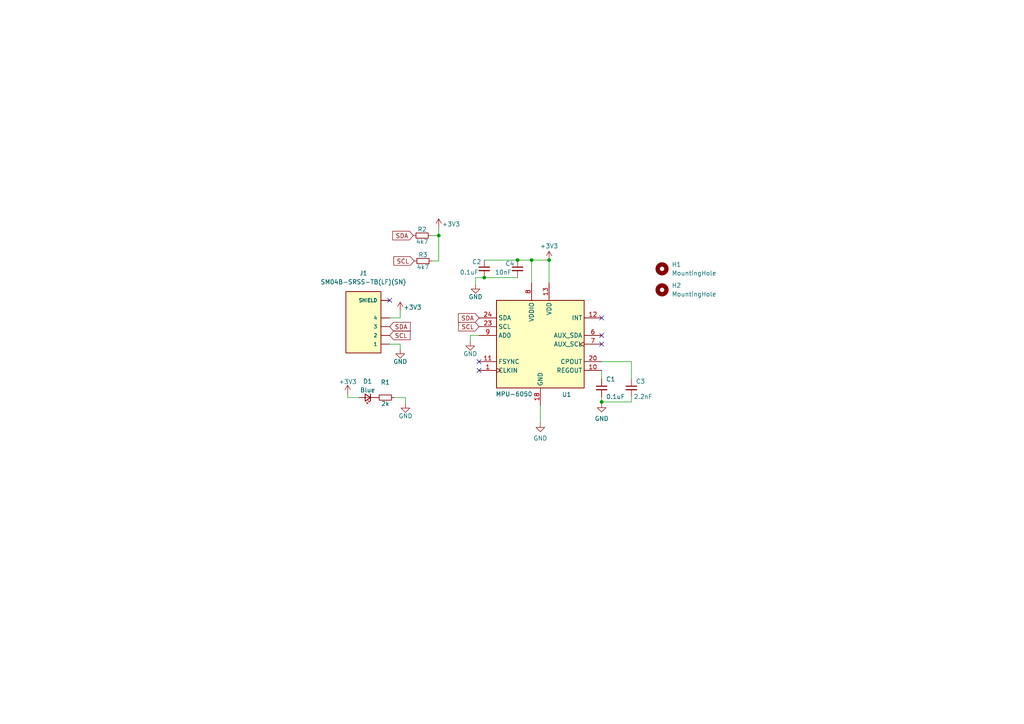
<source format=kicad_sch>
(kicad_sch (version 20230121) (generator eeschema)
  (paper "A4")
  (title_block (title "IMU Sensor Unit (Data Glove)") (date "2022-11-12") (rev "V1") (company "Emil Büttner"))
  (lib_symbols
    (symbol "Device:C_Small" (pin_numbers hide) (pin_names (offset 0.254) hide)
      (property "Reference" "C" (at 0.254 1.778 0))
      (property "Value" "C_Small" (at 0.254 -2.032 0))
      (symbol "C_Small_0_1"
        (polyline (pts (xy -1.524 -0.508) (xy 1.524 -0.508)) (stroke (width 0.3302)))
        (polyline (pts (xy -1.524 0.508) (xy 1.524 0.508)) (stroke (width 0.3048)))
      )
      (symbol "C_Small_1_1"
        (pin passive line (at 0 2.54 270) (length 2.032) (name "~") (number "1"))
        (pin passive line (at 0 -2.54 90) (length 2.032) (name "~") (number "2"))
      )
    )
    (symbol "Device:LED_Small" (pin_numbers hide) (pin_names (offset 0.254) hide)
      (property "Reference" "D" (at -1.27 3.175 0))
      (property "Value" "LED_Small" (at -4.445 -2.54 0))
      (symbol "LED_Small_0_1"
        (polyline (pts (xy -0.762 -1.016) (xy -0.762 1.016)) (stroke (width 0.254)))
        (polyline (pts (xy 1.016 0) (xy -0.762 0)))
        (polyline (pts (xy 0.762 -1.016) (xy -0.762 0) (xy 0.762 1.016) (xy 0.762 -1.016)) (stroke (width 0.254)))
        (polyline (pts (xy 0 0.762) (xy -0.508 1.27) (xy -0.254 1.27) (xy -0.508 1.27) (xy -0.508 1.016)))
        (polyline (pts (xy 0.508 1.27) (xy 0 1.778) (xy 0.254 1.778) (xy 0 1.778) (xy 0 1.524)))
      )
      (symbol "LED_Small_1_1"
        (pin passive line (at -2.54 0 0) (length 1.778) (name "K") (number "1"))
        (pin passive line (at 2.54 0 180) (length 1.778) (name "A") (number "2"))
      )
    )
    (symbol "Device:R_Small" (pin_numbers hide) (pin_names (offset 0.254) hide)
      (property "Reference" "R" (at 0.762 0.508 0))
      (property "Value" "R_Small" (at 0.762 -1.016 0))
      (symbol "R_Small_0_1"
        (rectangle (start -0.762 1.778) (end 0.762 -1.778) (stroke (width 0.2032)))
      )
      (symbol "R_Small_1_1"
        (pin passive line (at 0 2.54 270) (length 0.762) (name "~") (number "1"))
        (pin passive line (at 0 -2.54 90) (length 0.762) (name "~") (number "2"))
      )
    )
    (symbol "Mechanical:MountingHole" (pin_names (offset 1.016))
      (property "Reference" "H" (at 0 5.08 0))
      (property "Value" "MountingHole" (at 0 3.175 0))
      (symbol "MountingHole_0_1"
        (circle (center 0 0) (radius 1.27) (stroke (width 1.27)))
      )
    )
    (symbol "SM04B-SRSS-TB_LF__SN_:SM04B-SRSS-TB(LF)(SN)" (pin_numbers hide) (pin_names (offset 1.016))
      (property "Reference" "J" (at -5.08 8.1534 0))
      (property "Value" "SM04B-SRSS-TB(LF)(SN)" (at -5.08 -11.9634 0))
      (symbol "SM04B-SRSS-TB(LF)(SN)_0_0"
        (rectangle (start -5.08 -10.16) (end 5.08 7.62) (stroke (width 0.254)) (fill (type background)))
        (pin passive line (at -7.62 5.08 0) (length 2.54) (name "1") (number "1"))
        (pin passive line (at -7.62 2.54 0) (length 2.54) (name "2") (number "2"))
        (pin passive line (at -7.62 0 0) (length 2.54) (name "3") (number "3"))
        (pin passive line (at -7.62 -2.54 0) (length 2.54) (name "4") (number "4"))
        (pin passive line (at -7.62 -7.62 0) (length 2.54) (name "SHIELD") (number "S1"))
        (pin passive line (at -7.62 -7.62 0) (length 2.54) (name "SHIELD") (number "S2"))
      )
    )
    (symbol "power:+3V3" (power) (pin_names (offset 0))
      (property "Value" "+3V3" (at 0 3.556 0))
      (symbol "+3V3_0_1"
        (polyline (pts (xy -0.762 1.27) (xy 0 2.54)))
        (polyline (pts (xy 0 0) (xy 0 2.54)))
        (polyline (pts (xy 0 2.54) (xy 0.762 1.27)))
      )
      (symbol "+3V3_1_1"
        (pin power_in line (at 0 0 90) (length 0) hide (name "+3V3") (number "1"))
      )
    )
    (symbol "power:GND" (power) (pin_names (offset 0))
      (property "Value" "GND" (at 0 -3.81 0))
      (symbol "GND_0_1"
        (polyline (pts (xy 0 0) (xy 0 -1.27) (xy 1.27 -1.27) (xy 0 -2.54) (xy -1.27 -1.27) (xy 0 -1.27)))
      )
      (symbol "GND_1_1"
        (pin power_in line (at 0 0 270) (length 0) hide (name "GND") (number "1"))
      )
    )
    (symbol "sensor-rescue:MPU-6050-Sensor_Motion"
      (property "Reference" "U" (at -11.43 13.97 0))
      (property "Value" "MPU-6050-Sensor_Motion" (at 7.62 -13.97 0))
      (symbol "MPU-6050-Sensor_Motion_0_1"
        (rectangle (start -12.7 12.7) (end 12.7 -12.7) (stroke (width 0.254)) (fill (type background)))
      )
      (symbol "MPU-6050-Sensor_Motion_1_1"
        (pin input clock (at -17.78 -7.62 0) (length 5.08) (name "CLKIN") (number "1"))
        (pin passive line (at 17.78 -7.62 180) (length 5.08) (name "REGOUT") (number "10"))
        (pin input line (at -17.78 -5.08 0) (length 5.08) (name "FSYNC") (number "11"))
        (pin output line (at 17.78 7.62 180) (length 5.08) (name "INT") (number "12"))
        (pin power_in line (at 2.54 17.78 270) (length 5.08) (name "VDD") (number "13"))
        (pin power_in line (at 0 -17.78 90) (length 5.08) (name "GND") (number "18"))
        (pin passive line (at 17.78 -5.08 180) (length 5.08) (name "CPOUT") (number "20"))
        (pin input line (at -17.78 5.08 0) (length 5.08) (name "SCL") (number "23"))
        (pin bidirectional line (at -17.78 7.62 0) (length 5.08) (name "SDA") (number "24"))
        (pin bidirectional line (at 17.78 2.54 180) (length 5.08) (name "AUX_SDA") (number "6"))
        (pin output clock (at 17.78 0 180) (length 5.08) (name "AUX_SCL") (number "7"))
        (pin power_in line (at -2.54 17.78 270) (length 5.08) (name "VDDIO") (number "8"))
        (pin input line (at -17.78 2.54 0) (length 5.08) (name "AD0") (number "9"))
      )
    )
  )
  (junction (at 127.254 68.326))
  (junction (at 140.462 80.518))
  (junction (at 150.114 75.438))
  (junction (at 154.178 75.438))
  (junction (at 159.258 75.438))
  (junction (at 174.498 116.586))
  (no_connect (at 138.938 107.442))
  (no_connect (at 174.498 97.282))
  (no_connect (at 113.03 87.122))
  (no_connect (at 138.938 104.902))
  (no_connect (at 174.498 99.822))
  (no_connect (at 174.498 92.202))
  (wire (pts (xy 174.498 116.967) (xy 174.498 116.586)))
  (wire (pts (xy 154.178 82.042) (xy 154.178 75.438)))
  (wire (pts (xy 125.222 75.692) (xy 127.254 75.692)))
  (wire (pts (xy 183.134 104.902) (xy 183.134 109.982)))
  (wire (pts (xy 183.134 116.586) (xy 174.498 116.586)))
  (wire (pts (xy 140.462 80.518) (xy 137.922 80.518)))
  (wire (pts (xy 174.498 116.586) (xy 174.498 115.062)))
  (wire (pts (xy 113.03 92.202) (xy 116.078 92.202)))
  (wire (pts (xy 174.498 104.902) (xy 183.134 104.902)))
  (wire (pts (xy 124.968 68.326) (xy 127.254 68.326)))
  (wire (pts (xy 136.398 97.282) (xy 136.398 99.06)))
  (wire (pts (xy 154.178 75.438) (xy 159.258 75.438)))
  (wire (pts (xy 174.498 107.442) (xy 174.498 109.982)))
  (wire (pts (xy 140.462 75.438) (xy 150.114 75.438)))
  (wire (pts (xy 137.922 80.518) (xy 137.922 82.55)))
  (wire (pts (xy 116.078 92.202) (xy 116.078 90.17)))
  (wire (pts (xy 159.258 75.438) (xy 159.258 82.042)))
  (wire (pts (xy 156.718 117.602) (xy 156.718 122.682)))
  (wire (pts (xy 183.134 115.062) (xy 183.134 116.586)))
  (wire (pts (xy 113.03 99.822) (xy 116.078 99.822)))
  (wire (pts (xy 127.254 66.04) (xy 127.254 68.326)))
  (wire (pts (xy 140.462 80.518) (xy 150.114 80.518)))
  (wire (pts (xy 117.602 115.316) (xy 117.602 117.094)))
  (wire (pts (xy 150.114 75.438) (xy 154.178 75.438)))
  (wire (pts (xy 127.254 75.692) (xy 127.254 68.326)))
  (wire (pts (xy 116.078 99.822) (xy 116.078 101.346)))
  (wire (pts (xy 138.938 97.282) (xy 136.398 97.282)))
  (wire (pts (xy 114.3 115.316) (xy 117.602 115.316)))
  (wire (pts (xy 104.14 115.316) (xy 100.838 115.316)))
  (wire (pts (xy 100.838 115.316) (xy 100.838 114.3)))
  (global_label "SDA" (shape input) (at 113.03 94.742 0) (property "Intersheetrefs" "${INTERSHEET_REFS}" (effects hide)))
  (global_label "SCL" (shape input) (at 113.03 97.282 0) (property "Intersheetrefs" "${INTERSHEET_REFS}" (effects hide)))
  (global_label "SCL" (shape input) (at 120.142 75.692 180) (property "Intersheetrefs" "${INTERSHEET_REFS}" (effects hide)))
  (global_label "SDA" (shape input) (at 138.938 92.202 180) (property "Intersheetrefs" "${INTERSHEET_REFS}" (effects hide)))
  (global_label "SDA" (shape input) (at 119.888 68.326 180) (property "Intersheetrefs" "${INTERSHEET_REFS}" (effects hide)))
  (global_label "SCL" (shape input) (at 138.938 94.742 180) (property "Intersheetrefs" "${INTERSHEET_REFS}" (effects hide)))
  (symbol (lib_id "sensor-rescue:MPU-6050-Sensor_Motion") (at 156.718 99.822 0) (unit 1)
    (property "Reference" "U1" (at 164.338 114.427 0))
    (property "Value" "MPU-6050" (at 149.098 114.3 0))
    (property "Footprint" "Sensor_Motion:InvenSense_QFN-24_4x4mm_P0.5mm" (effects hide))
    (property "Datasheet" "https://store.invensense.com/datasheets/invensense/MPU-6050_DataSheet_V3%204.pdf" (effects hide))
  )
  (symbol (lib_id "power:+3V3") (at 159.258 75.438 0) (unit 1)
    (property "Reference" "#PWR05" (effects hide))
    (property "Value" "+3V3" (at 159.258 71.374 0))
  )
  (symbol (lib_id "power:+3V3") (at 127.254 66.04 0) (unit 1)
    (property "Reference" "#PWR0104" (effects hide))
    (property "Value" "+3V3" (at 130.81 65.024 0))
  )
  (symbol (lib_id "Mechanical:MountingHole") (at 192.024 84.074 0) (unit 1)
    (property "Reference" "H2" (at 194.818 82.8039 0) (effects (justify left)))
    (property "Value" "MountingHole" (at 194.818 85.3439 0) (effects (justify left)))
    (property "Footprint" "MountingHole:MountingHole_2.1mm" (effects hide))
  )
  (symbol (lib_id "power:GND") (at 156.718 122.682 0) (unit 1)
    (property "Reference" "#PWR04" (effects hide))
    (property "Value" "GND" (at 156.718 127.127 0))
  )
  (symbol (lib_id "power:GND") (at 174.498 116.967 0) (unit 1)
    (property "Reference" "#PWR06" (effects hide))
    (property "Value" "GND" (at 174.498 121.412 0))
  )
  (symbol (lib_id "power:GND") (at 136.398 99.06 0) (unit 1)
    (property "Reference" "#PWR0103" (effects hide))
    (property "Value" "GND" (at 134.366 102.616 0) (effects (justify left)))
  )
  (symbol (lib_id "Mechanical:MountingHole") (at 192.024 77.978 0) (unit 1)
    (property "Reference" "H1" (at 194.818 76.7079 0) (effects (justify left)))
    (property "Value" "MountingHole" (at 194.818 79.2479 0) (effects (justify left)))
    (property "Footprint" "MountingHole:MountingHole_2.1mm" (effects hide))
  )
  (symbol (lib_id "power:GND") (at 116.078 101.346 0) (unit 1)
    (property "Reference" "#PWR02" (effects hide))
    (property "Value" "GND" (at 114.046 104.902 0) (effects (justify left)))
  )
  (symbol (lib_id "Device:C_Small") (at 140.462 77.978 0) (unit 1)
    (property "Reference" "C2" (at 136.906 75.946 0) (effects (justify left)))
    (property "Value" "0.1uF" (at 133.35 78.994 0) (effects (justify left)))
    (property "Footprint" "Capacitor_SMD:C_0603_1608Metric" (effects hide))
  )
  (symbol (lib_id "power:GND") (at 117.602 117.094 0) (unit 1)
    (property "Reference" "#PWR0101" (effects hide))
    (property "Value" "GND" (at 115.57 120.65 0) (effects (justify left)))
  )
  (symbol (lib_id "Device:C_Small") (at 174.498 112.522 0) (unit 1)
    (property "Reference" "C1" (at 175.768 109.982 0) (effects (justify left)))
    (property "Value" "0.1uF" (at 175.768 115.062 0) (effects (justify left)))
    (property "Footprint" "Capacitor_SMD:C_0603_1608Metric" (effects hide))
  )
  (symbol (lib_id "Device:R_Small") (at 122.428 68.326 270) (unit 1)
    (property "Reference" "R2" (at 122.428 66.548 90))
    (property "Value" "4k7" (at 122.428 70.104 90))
    (property "Footprint" "Resistor_SMD:R_0603_1608Metric_Pad0.98x0.95mm_HandSolder" (effects hide))
  )
  (symbol (lib_id "power:GND") (at 137.922 82.55 0) (unit 1)
    (property "Reference" "#PWR03" (effects hide))
    (property "Value" "GND" (at 135.89 86.106 0) (effects (justify left)))
  )
  (symbol (lib_id "Device:R_Small") (at 111.76 115.316 270) (unit 1)
    (property "Reference" "R1" (at 111.76 110.8796 90))
    (property "Value" "2k" (at 111.76 117.094 90))
    (property "Footprint" "Resistor_SMD:R_0603_1608Metric" (effects hide))
  )
  (symbol (lib_id "SM04B-SRSS-TB_LF__SN_:SM04B-SRSS-TB(LF)(SN)") (at 105.41 94.742 180) (unit 1)
    (property "Reference" "J1" (at 105.41 79.248 0))
    (property "Value" "SM04B-SRSS-TB(LF)(SN)" (at 105.41 81.788 0))
    (property "Footprint" "Connector_JST:JST_SH_SM04B-SRSS-TB_1x04-1MP_P1.00mm_Horizontal" (effects hide))
    (property "MANUFACTURER" "JST" (effects hide))
    (property "STANDARD" "Manufacturer recommendations" (effects hide))
  )
  (symbol (lib_id "power:+3V3") (at 100.838 114.3 0) (unit 1)
    (property "Reference" "#PWR0102" (effects hide))
    (property "Value" "+3V3" (at 100.838 110.7242 0))
  )
  (symbol (lib_id "Device:LED_Small") (at 106.68 115.316 180) (unit 1)
    (property "Reference" "D1" (at 106.6165 110.6002 0))
    (property "Value" "Blue" (at 106.6165 113.1371 0))
    (property "Footprint" "LED_SMD:LED_0603_1608Metric" (effects hide))
  )
  (symbol (lib_id "power:+3V3") (at 116.078 90.17 0) (unit 1)
    (property "Reference" "#PWR01" (effects hide))
    (property "Value" "+3V3" (at 119.634 89.154 0))
  )
  (symbol (lib_id "Device:C_Small") (at 183.134 112.522 0) (unit 1)
    (property "Reference" "C3" (at 184.404 110.617 0) (effects (justify left)))
    (property "Value" "2.2nF" (at 183.769 115.062 0) (effects (justify left)))
    (property "Footprint" "Capacitor_SMD:C_0603_1608Metric" (effects hide))
  )
  (symbol (lib_id "Device:C_Small") (at 150.114 77.978 0) (unit 1)
    (property "Reference" "C4" (at 146.558 76.454 0) (effects (justify left)))
    (property "Value" "10nF" (at 143.51 78.994 0) (effects (justify left)))
    (property "Footprint" "Capacitor_SMD:C_0603_1608Metric" (effects hide))
  )
  (symbol (lib_id "Device:R_Small") (at 122.682 75.692 270) (unit 1)
    (property "Reference" "R3" (at 122.682 73.914 90))
    (property "Value" "4k7" (at 122.682 77.47 90))
    (property "Footprint" "Resistor_SMD:R_0603_1608Metric_Pad0.98x0.95mm_HandSolder" (effects hide))
  )
)
</source>
